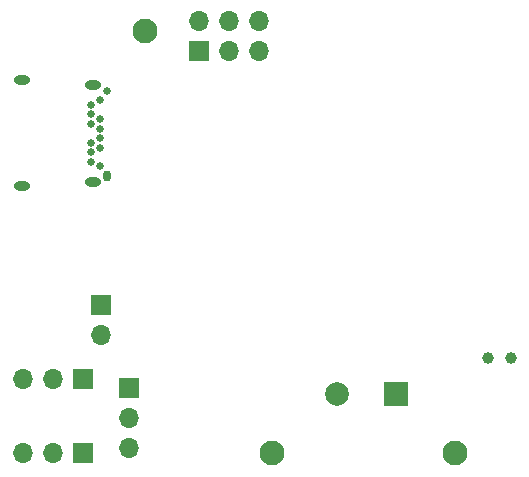
<source format=gbr>
%TF.GenerationSoftware,KiCad,Pcbnew,8.0.4*%
%TF.CreationDate,2024-11-08T09:04:55-08:00*%
%TF.ProjectId,Vanguard_new,56616e67-7561-4726-945f-6e65772e6b69,rev?*%
%TF.SameCoordinates,Original*%
%TF.FileFunction,Soldermask,Bot*%
%TF.FilePolarity,Negative*%
%FSLAX46Y46*%
G04 Gerber Fmt 4.6, Leading zero omitted, Abs format (unit mm)*
G04 Created by KiCad (PCBNEW 8.0.4) date 2024-11-08 09:04:55*
%MOMM*%
%LPD*%
G01*
G04 APERTURE LIST*
%ADD10C,0.650000*%
%ADD11O,0.650000X0.950000*%
%ADD12O,1.400000X0.800000*%
%ADD13C,2.100000*%
%ADD14R,1.700000X1.700000*%
%ADD15O,1.700000X1.700000*%
%ADD16C,1.000000*%
%ADD17R,2.000000X2.000000*%
%ADD18C,2.000000*%
G04 APERTURE END LIST*
D10*
%TO.C,J1*%
X151590000Y-101317500D03*
D11*
X151590000Y-108517500D03*
D10*
X150940000Y-107717500D03*
X150240000Y-107317500D03*
X150240000Y-106517500D03*
X150940000Y-106117500D03*
X150240000Y-105717500D03*
X150940000Y-105317500D03*
X150940000Y-104517500D03*
X150240000Y-104117500D03*
X150940000Y-103717500D03*
X150240000Y-103317500D03*
X150240000Y-102517500D03*
X150940000Y-102117500D03*
D12*
X144390000Y-100427500D03*
X150340000Y-100787500D03*
X150340000Y-109047500D03*
X144390000Y-109407500D03*
%TD*%
D13*
%TO.C,REF\u002A\u002A*%
X154800000Y-96210000D03*
%TD*%
D14*
%TO.C,J2*%
X159365000Y-97962500D03*
D15*
X159365000Y-95422500D03*
X161905000Y-97962500D03*
X161905000Y-95422500D03*
X164445000Y-97962500D03*
X164445000Y-95422500D03*
%TD*%
D13*
%TO.C,REF\u002A\u002A*%
X165500000Y-132000000D03*
%TD*%
D14*
%TO.C,J7*%
X153460000Y-126440000D03*
D15*
X153460000Y-128980000D03*
X153460000Y-131520000D03*
%TD*%
D16*
%TO.C,Y1*%
X185732500Y-123947500D03*
X183832500Y-123947500D03*
%TD*%
D13*
%TO.C,REF\u002A\u002A*%
X181000000Y-132000000D03*
%TD*%
D14*
%TO.C,J6*%
X151037500Y-119480000D03*
D15*
X151037500Y-122020000D03*
%TD*%
D14*
%TO.C,J5*%
X149530000Y-131980000D03*
D15*
X146990000Y-131980000D03*
X144450000Y-131980000D03*
%TD*%
D14*
%TO.C,J4*%
X149500000Y-125730000D03*
D15*
X146960000Y-125730000D03*
X144420000Y-125730000D03*
%TD*%
D17*
%TO.C,BZ1*%
X176010785Y-126990000D03*
D18*
X171010785Y-126990000D03*
%TD*%
M02*

</source>
